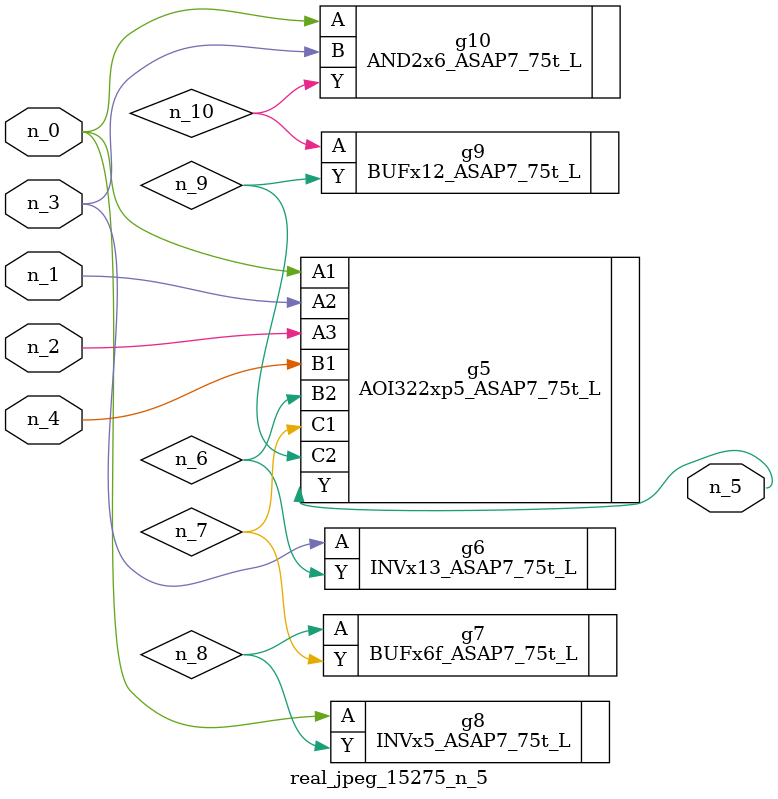
<source format=v>
module real_jpeg_15275_n_5 (n_4, n_0, n_1, n_2, n_3, n_5);

input n_4;
input n_0;
input n_1;
input n_2;
input n_3;

output n_5;

wire n_8;
wire n_6;
wire n_7;
wire n_10;
wire n_9;

AOI322xp5_ASAP7_75t_L g5 ( 
.A1(n_0),
.A2(n_1),
.A3(n_2),
.B1(n_4),
.B2(n_6),
.C1(n_7),
.C2(n_9),
.Y(n_5)
);

INVx5_ASAP7_75t_L g8 ( 
.A(n_0),
.Y(n_8)
);

AND2x6_ASAP7_75t_L g10 ( 
.A(n_0),
.B(n_3),
.Y(n_10)
);

INVx13_ASAP7_75t_L g6 ( 
.A(n_3),
.Y(n_6)
);

BUFx6f_ASAP7_75t_L g7 ( 
.A(n_8),
.Y(n_7)
);

BUFx12_ASAP7_75t_L g9 ( 
.A(n_10),
.Y(n_9)
);


endmodule
</source>
